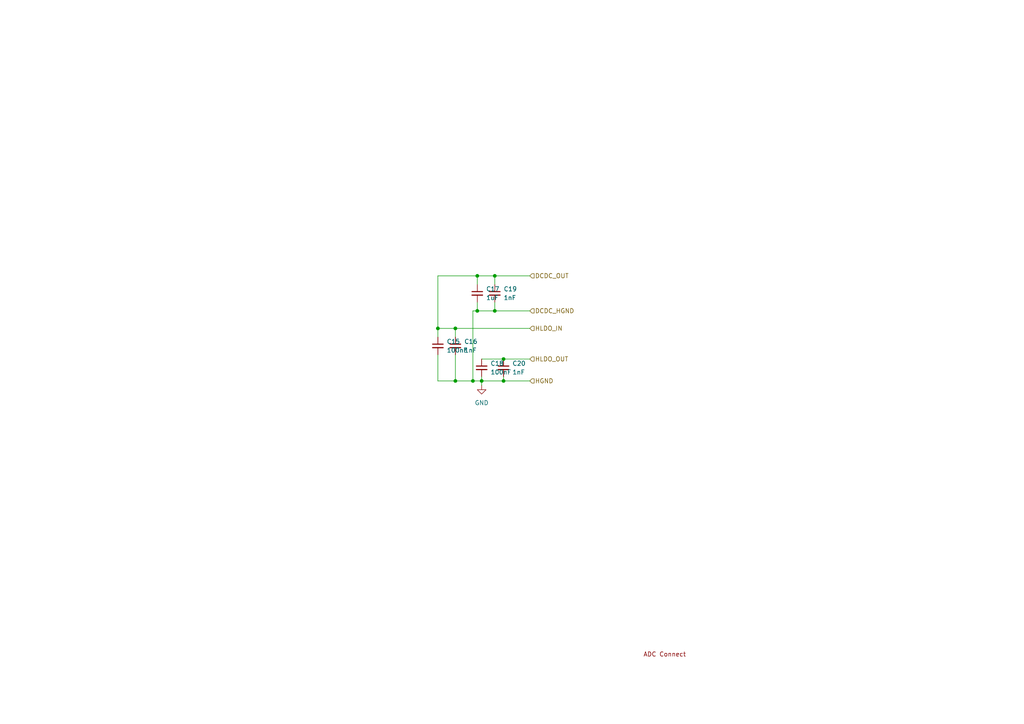
<source format=kicad_sch>
(kicad_sch (version 20231120) (generator "eeschema") (generator_version "8.0")
  (paper "A4")
  (lib_symbols
    (symbol "Device:C_Small" (pin_numbers hide) (pin_names (offset 0.254) hide)
      (property "Reference" "C" (at 0.254 1.778 0))
      (property "Value" "C_Small" (at 0.254 -2.032 0))
      (symbol "C_Small_0_1"
        (polyline (pts (xy -1.524 -0.508) (xy 1.524 -0.508)) (stroke (width 0.3302)))
        (polyline (pts (xy -1.524 0.508) (xy 1.524 0.508)) (stroke (width 0.3048)))
      )
      (symbol "C_Small_1_1"
        (pin passive line (at 0 2.54 270) (length 2.032) (name "~") (number "1"))
        (pin passive line (at 0 -2.54 90) (length 2.032) (name "~") (number "2"))
      )
    )
    (symbol "power:GND" (power) (pin_numbers hide) (pin_names (offset 0) hide)
      (property "Value" "GND" (at 0 -3.81 0))
      (symbol "GND_0_1"
        (polyline (pts (xy 0 0) (xy 0 -1.27) (xy 1.27 -1.27) (xy 0 -2.54) (xy -1.27 -1.27) (xy 0 -1.27)))
      )
      (symbol "GND_1_1"
        (pin power_in line (at 0 0 270) (length 0) (name "~") (number "1"))
      )
    )
  )
  (junction (at 139.7 110.49))
  (junction (at 146.05 110.49))
  (junction (at 138.43 90.17))
  (junction (at 146.05 104.14))
  (junction (at 143.51 80.01))
  (junction (at 138.43 80.01))
  (junction (at 132.08 95.25))
  (junction (at 143.51 90.17))
  (junction (at 132.08 110.49))
  (junction (at 137.16 110.49))
  (junction (at 127 95.25))
  (wire (pts (xy 127 95.25) (xy 132.08 95.25)))
  (wire (pts (xy 139.7 110.49) (xy 146.05 110.49)))
  (wire (pts (xy 127 95.25) (xy 127 97.79)))
  (wire (pts (xy 146.05 110.49) (xy 153.67 110.49)))
  (wire (pts (xy 127 80.01) (xy 138.43 80.01)))
  (wire (pts (xy 146.05 109.22) (xy 146.05 110.49)))
  (wire (pts (xy 146.05 104.14) (xy 153.67 104.14)))
  (wire (pts (xy 132.08 95.25) (xy 153.67 95.25)))
  (wire (pts (xy 132.08 102.87) (xy 132.08 110.49)))
  (wire (pts (xy 139.7 110.49) (xy 139.7 111.76)))
  (wire (pts (xy 138.43 90.17) (xy 137.16 90.17)))
  (wire (pts (xy 137.16 110.49) (xy 139.7 110.49)))
  (wire (pts (xy 153.67 80.01) (xy 143.51 80.01)))
  (wire (pts (xy 139.7 109.22) (xy 139.7 110.49)))
  (wire (pts (xy 137.16 90.17) (xy 137.16 110.49)))
  (wire (pts (xy 132.08 95.25) (xy 132.08 97.79)))
  (wire (pts (xy 138.43 87.63) (xy 138.43 90.17)))
  (wire (pts (xy 143.51 80.01) (xy 143.51 82.55)))
  (wire (pts (xy 132.08 110.49) (xy 137.16 110.49)))
  (wire (pts (xy 143.51 90.17) (xy 153.67 90.17)))
  (wire (pts (xy 127 102.87) (xy 127 110.49)))
  (wire (pts (xy 127 110.49) (xy 132.08 110.49)))
  (wire (pts (xy 143.51 80.01) (xy 138.43 80.01)))
  (wire (pts (xy 143.51 87.63) (xy 143.51 90.17)))
  (wire (pts (xy 139.7 104.14) (xy 146.05 104.14)))
  (wire (pts (xy 143.51 90.17) (xy 138.43 90.17)))
  (wire (pts (xy 127 80.01) (xy 127 95.25)))
  (wire (pts (xy 138.43 80.01) (xy 138.43 82.55)))
  (text "ADC Connect" (at 192.786 189.992 0) (effects (font (size 1.27 1.27))))
  (hierarchical_label "HLDO_IN" (shape input) (at 153.67 95.25 0))
  (hierarchical_label "HGND" (shape input) (at 153.67 110.49 0))
  (hierarchical_label "HLDO_OUT" (shape input) (at 153.67 104.14 0))
  (hierarchical_label "DCDC_HGND" (shape input) (at 153.67 90.17 0))
  (hierarchical_label "DCDC_OUT" (shape input) (at 153.67 80.01 0))
  (symbol (lib_id "Device:C_Small") (at 127 100.33 0) (unit 1)
    (property "Reference" "C15" (at 129.54 99.0662 0) (effects (justify left)))
    (property "Value" "100nF" (at 129.54 101.6062 0) (effects (justify left)))
    (property "Description" "Unpolarized capacitor, small symbol" (effects (hide yes)))
  )
  (symbol (lib_id "Device:C_Small") (at 138.43 85.09 0) (unit 1)
    (property "Reference" "C17" (at 140.97 83.8262 0) (effects (justify left)))
    (property "Value" "1uF" (at 140.97 86.3662 0) (effects (justify left)))
    (property "Description" "Unpolarized capacitor, small symbol" (effects (hide yes)))
  )
  (symbol (lib_id "Device:C_Small") (at 132.08 100.33 0) (unit 1)
    (property "Reference" "C16" (at 134.62 99.0662 0) (effects (justify left)))
    (property "Value" "1nF" (at 134.62 101.6062 0) (effects (justify left)))
    (property "Description" "Unpolarized capacitor, small symbol" (effects (hide yes)))
  )
  (symbol (lib_id "Device:C_Small") (at 146.05 106.68 0) (unit 1)
    (property "Reference" "C20" (at 148.59 105.4162 0) (effects (justify left)))
    (property "Value" "1nF" (at 148.59 107.9562 0) (effects (justify left)))
    (property "Description" "Unpolarized capacitor, small symbol" (effects (hide yes)))
  )
  (symbol (lib_id "Device:C_Small") (at 139.7 106.68 0) (unit 1)
    (property "Reference" "C18" (at 142.24 105.4162 0) (effects (justify left)))
    (property "Value" "100nF" (at 142.24 107.9562 0) (effects (justify left)))
    (property "Description" "Unpolarized capacitor, small symbol" (effects (hide yes)))
  )
  (symbol (lib_id "power:GND") (at 139.7 111.76 0) (unit 1)
    (property "Reference" "#PWR031" (effects (hide yes)))
    (property "Value" "GND" (at 139.7 116.84 0))
    (property "Description" "Power symbol creates a global label with name \"GND\" , ground" (effects (hide yes)))
  )
  (symbol (lib_id "Device:C_Small") (at 143.51 85.09 0) (unit 1)
    (property "Reference" "C19" (at 146.05 83.8262 0) (effects (justify left)))
    (property "Value" "1nF" (at 146.05 86.3662 0) (effects (justify left)))
    (property "Description" "Unpolarized capacitor, small symbol" (effects (hide yes)))
  )
)
</source>
